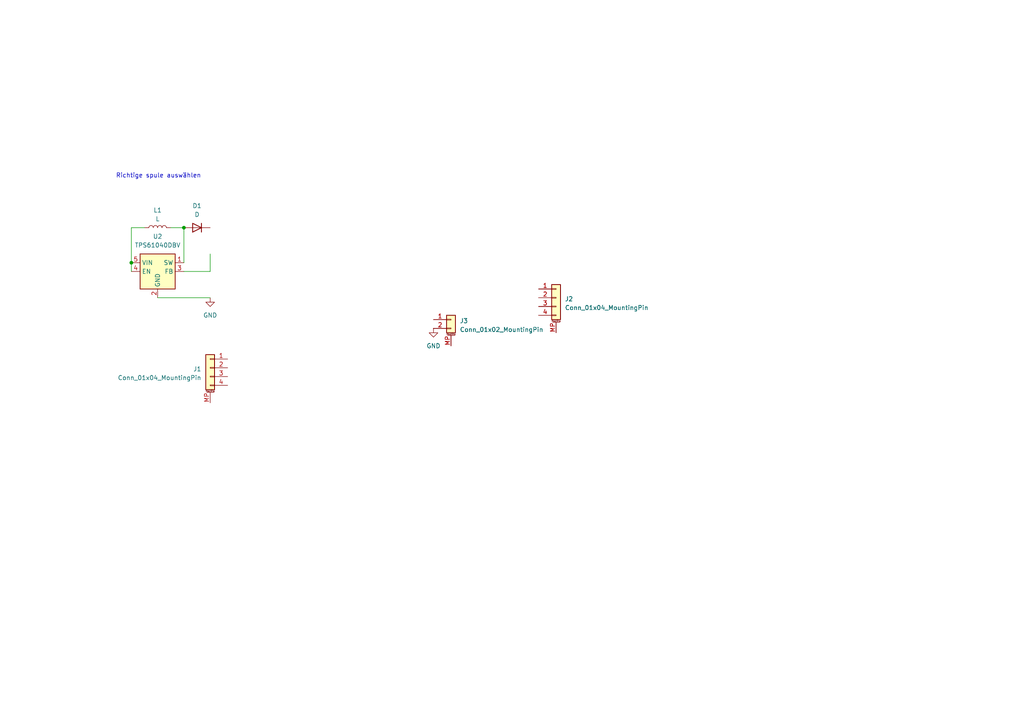
<source format=kicad_sch>
(kicad_sch (version 20231120) (generator "eeschema") (generator_version "8.0")
  (paper "A4")
  (lib_symbols
    (symbol "Connector_Generic_MountingPin:Conn_01x02_MountingPin" (pin_names (offset 1.016) hide)
      (property "Reference" "J" (at 0 2.54 0))
      (property "Value" "Conn_01x02_MountingPin" (at 1.27 -5.08 0))
      (symbol "Conn_01x02_MountingPin_1_1"
        (rectangle (start -1.27 -2.413) (end 0 -2.667) (stroke (width 0.1524)))
        (rectangle (start -1.27 0.127) (end 0 -0.127) (stroke (width 0.1524)))
        (rectangle (start -1.27 1.27) (end 1.27 -3.81) (stroke (width 0.254)) (fill (type background)))
        (polyline (pts (xy -1.016 -4.572) (xy 1.016 -4.572)) (stroke (width 0.1524)))
        (text "Mounting" (at 0 -4.191 0) (effects (font (size 0.381 0.381))))
        (pin passive line (at -5.08 0 0) (length 3.81) (name "Pin_1") (number "1"))
        (pin passive line (at -5.08 -2.54 0) (length 3.81) (name "Pin_2") (number "2"))
        (pin passive line (at 0 -7.62 90) (length 3.048) (name "MountPin") (number "MP"))
      )
    )
    (symbol "Connector_Generic_MountingPin:Conn_01x04_MountingPin" (pin_names (offset 1.016) hide)
      (property "Reference" "J" (at 0 5.08 0))
      (property "Value" "Conn_01x04_MountingPin" (at 1.27 -7.62 0))
      (symbol "Conn_01x04_MountingPin_1_1"
        (rectangle (start -1.27 -4.953) (end 0 -5.207) (stroke (width 0.1524)))
        (rectangle (start -1.27 -2.413) (end 0 -2.667) (stroke (width 0.1524)))
        (rectangle (start -1.27 0.127) (end 0 -0.127) (stroke (width 0.1524)))
        (rectangle (start -1.27 2.667) (end 0 2.413) (stroke (width 0.1524)))
        (rectangle (start -1.27 3.81) (end 1.27 -6.35) (stroke (width 0.254)) (fill (type background)))
        (polyline (pts (xy -1.016 -7.112) (xy 1.016 -7.112)) (stroke (width 0.1524)))
        (text "Mounting" (at 0 -6.731 0) (effects (font (size 0.381 0.381))))
        (pin passive line (at -5.08 2.54 0) (length 3.81) (name "Pin_1") (number "1"))
        (pin passive line (at -5.08 0 0) (length 3.81) (name "Pin_2") (number "2"))
        (pin passive line (at -5.08 -2.54 0) (length 3.81) (name "Pin_3") (number "3"))
        (pin passive line (at -5.08 -5.08 0) (length 3.81) (name "Pin_4") (number "4"))
        (pin passive line (at 0 -10.16 90) (length 3.048) (name "MountPin") (number "MP"))
      )
    )
    (symbol "Device:D" (pin_numbers hide) (pin_names (offset 1.016) hide)
      (property "Reference" "D" (at 0 2.54 0))
      (property "Value" "D" (at 0 -2.54 0))
      (symbol "D_0_1"
        (polyline (pts (xy -1.27 1.27) (xy -1.27 -1.27)) (stroke (width 0.254)))
        (polyline (pts (xy 1.27 0) (xy -1.27 0)))
        (polyline (pts (xy 1.27 1.27) (xy 1.27 -1.27) (xy -1.27 0) (xy 1.27 1.27)) (stroke (width 0.254)))
      )
      (symbol "D_1_1"
        (pin passive line (at -3.81 0 0) (length 2.54) (name "K") (number "1"))
        (pin passive line (at 3.81 0 180) (length 2.54) (name "A") (number "2"))
      )
    )
    (symbol "Device:L" (pin_numbers hide) (pin_names (offset 1.016) hide)
      (property "Reference" "L" (at -1.27 0 90))
      (property "Value" "L" (at 1.905 0 90))
      (symbol "L_0_1"
        (arc (start 0 -2.54) (mid 0.6323 -1.905) (end 0 -1.27))
        (arc (start 0 -1.27) (mid 0.6323 -0.635) (end 0 0))
        (arc (start 0 0) (mid 0.6323 0.635) (end 0 1.27))
        (arc (start 0 1.27) (mid 0.6323 1.905) (end 0 2.54))
      )
      (symbol "L_1_1"
        (pin passive line (at 0 3.81 270) (length 1.27) (name "1") (number "1"))
        (pin passive line (at 0 -3.81 90) (length 1.27) (name "2") (number "2"))
      )
    )
    (symbol "Regulator_Switching:TPS61040DBV"
      (property "Reference" "U" (at -5.08 6.35 0))
      (property "Value" "TPS61040DBV" (at 0 6.35 0))
      (symbol "TPS61040DBV_0_1"
        (rectangle (start -5.08 5.08) (end 5.08 -5.08) (stroke (width 0.254)) (fill (type background)))
      )
      (symbol "TPS61040DBV_1_1"
        (pin power_out line (at 7.62 2.54 180) (length 2.54) (name "SW") (number "1"))
        (pin power_in line (at 0 -7.62 90) (length 2.54) (name "GND") (number "2"))
        (pin input line (at 7.62 0 180) (length 2.54) (name "FB") (number "3"))
        (pin input line (at -7.62 0 0) (length 2.54) (name "EN") (number "4"))
        (pin power_in line (at -7.62 2.54 0) (length 2.54) (name "VIN") (number "5"))
      )
    )
    (symbol "power:GND" (power) (pin_numbers hide) (pin_names (offset 0) hide)
      (property "Value" "GND" (at 0 -3.81 0))
      (symbol "GND_0_1"
        (polyline (pts (xy 0 0) (xy 0 -1.27) (xy 1.27 -1.27) (xy 0 -2.54) (xy -1.27 -1.27) (xy 0 -1.27)))
      )
      (symbol "GND_1_1"
        (pin power_in line (at 0 0 270) (length 0) (name "~") (number "1"))
      )
    )
  )
  (junction (at 38.1 76.2))
  (junction (at 53.34 66.04))
  (wire (pts (xy 53.34 78.74) (xy 60.96 78.74)))
  (wire (pts (xy 60.96 78.74) (xy 60.96 73.66)))
  (wire (pts (xy 38.1 76.2) (xy 38.1 66.04)))
  (wire (pts (xy 53.34 76.2) (xy 53.34 66.04)))
  (wire (pts (xy 53.34 66.04) (xy 49.53 66.04)))
  (wire (pts (xy 38.1 66.04) (xy 41.91 66.04)))
  (wire (pts (xy 38.1 76.2) (xy 38.1 78.74)))
  (wire (pts (xy 45.72 86.36) (xy 60.96 86.36)))
  (text "Richtige spule auswählen" (at 45.974 51.054 0) (effects (font (size 1.27 1.27))))
  (symbol (lib_id "Device:D") (at 57.15 66.04 180) (unit 1)
    (property "Reference" "D1" (at 57.15 59.69 0))
    (property "Value" "D" (at 57.15 62.23 0))
    (property "Footprint" "Diode_SMD:D_SOD-123" (effects (hide yes)))
    (property "Description" "Diode" (effects (hide yes)))
    (property "Sim.Device" "D" (effects (hide yes)))
    (property "Sim.Pins" "1=K 2=A" (effects (hide yes)))
  )
  (symbol (lib_id "power:GND") (at 60.96 86.36 0) (unit 1)
    (property "Reference" "#PWR02" (effects (hide yes)))
    (property "Value" "GND" (at 60.96 91.44 0))
    (property "Description" "Power symbol creates a global label with name \"GND\" , ground" (effects (hide yes)))
  )
  (symbol (lib_id "Device:L") (at 45.72 66.04 90) (unit 1)
    (property "Reference" "L1" (at 45.72 60.96 90))
    (property "Value" "L" (at 45.72 63.5 90))
    (property "Footprint" "Inductor_SMD:L_Changjiang_FNR3015S" (effects (hide yes)))
    (property "Description" "Inductor" (effects (hide yes)))
  )
  (symbol (lib_id "Connector_Generic_MountingPin:Conn_01x04_MountingPin") (at 60.96 106.68 0) (mirror y) (unit 1)
    (property "Reference" "J1" (at 58.42 107.0355 0) (effects (justify left)))
    (property "Value" "Conn_01x04_MountingPin" (at 58.42 109.5755 0) (effects (justify left)))
    (property "Footprint" "Connector_JST:JST_SUR_SM04B-SURS-TF_1x04-1MP_P0.80mm_Horizontal" (effects (hide yes)))
    (property "Description" "Generic connectable mounting pin connector, single row, 01x04, script generated (kicad-library-utils/schlib/autogen/connector/)" (effects (hide yes)))
  )
  (symbol (lib_id "Regulator_Switching:TPS61040DBV") (at 45.72 78.74 0) (unit 1)
    (property "Reference" "U2" (at 45.72 68.58 0))
    (property "Value" "TPS61040DBV" (at 45.72 71.12 0))
    (property "Footprint" "Package_TO_SOT_SMD:SOT-23-5" (effects (hide yes)))
    (property "Datasheet" "http://www.ti.com/lit/ds/symlink/tps61040.pdf" (effects (hide yes)))
    (property "Description" "Synchronous Boost Regulator, Adjustable Output up to 28V, 400 mA Switch Current Limit, SOT-23-5" (effects (hide yes)))
  )
  (symbol (lib_id "power:GND") (at 125.73 95.25 0) (unit 1)
    (property "Reference" "#PWR01" (effects (hide yes)))
    (property "Value" "GND" (at 125.73 100.33 0))
    (property "Description" "Power symbol creates a global label with name \"GND\" , ground" (effects (hide yes)))
  )
  (symbol (lib_id "Connector_Generic_MountingPin:Conn_01x04_MountingPin") (at 161.29 86.36 0) (unit 1)
    (property "Reference" "J2" (at 163.83 86.7155 0) (effects (justify left)))
    (property "Value" "Conn_01x04_MountingPin" (at 163.83 89.2555 0) (effects (justify left)))
    (property "Footprint" "Connector_JST:JST_SUR_SM04B-SURS-TF_1x04-1MP_P0.80mm_Horizontal" (effects (hide yes)))
    (property "Description" "Generic connectable mounting pin connector, single row, 01x04, script generated (kicad-library-utils/schlib/autogen/connector/)" (effects (hide yes)))
  )
  (symbol (lib_id "Connector_Generic_MountingPin:Conn_01x02_MountingPin") (at 130.81 92.71 0) (unit 1)
    (property "Reference" "J3" (at 133.35 93.0655 0) (effects (justify left)))
    (property "Value" "Conn_01x02_MountingPin" (at 133.35 95.6055 0) (effects (justify left)))
    (property "Footprint" "Connector_JST:JST_SUR_SM02B-SURS-TF_1x02-1MP_P0.80mm_Horizontal" (effects (hide yes)))
    (property "Description" "Generic connectable mounting pin connector, single row, 01x02, script generated (kicad-library-utils/schlib/autogen/connector/)" (effects (hide yes)))
  )
)
</source>
